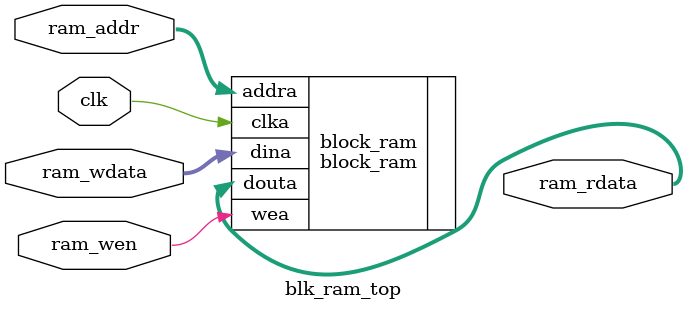
<source format=v>
module blk_ram_top (
    input         clk      ,
    input  [15:0] ram_addr ,
    input  [31:0] ram_wdata,
    input         ram_wen  ,
    output [31:0] ram_rdata
);
					   
block_ram block_ram (
    .clka (clk       ),
    .wea  (ram_wen   ),
    .addra(ram_addr  ),
    .dina (ram_wdata ),
    .douta(ram_rdata ) 
);
endmodule
</source>
